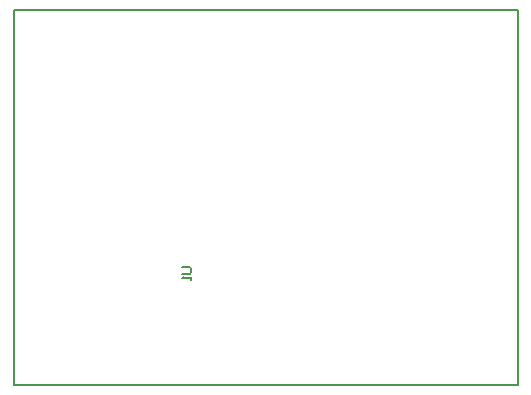
<source format=gko>
G04*
G04 #@! TF.GenerationSoftware,Altium Limited,Altium Designer,19.1.7 (138)*
G04*
G04 Layer_Color=16711935*
%FSLAX44Y44*%
%MOMM*%
G71*
G01*
G75*
%ADD11C,0.1500*%
%ADD46C,0.1540*%
D11*
X216233Y99260D02*
X222897D01*
X224230Y97927D01*
Y95261D01*
X222897Y93928D01*
X216233D01*
X224230Y91263D02*
Y88597D01*
Y89930D01*
X216233D01*
X217565Y91263D01*
D46*
X73660Y317500D02*
X500380D01*
Y0D02*
Y317500D01*
X73660Y0D02*
X500380D01*
X73660D02*
Y317500D01*
M02*

</source>
